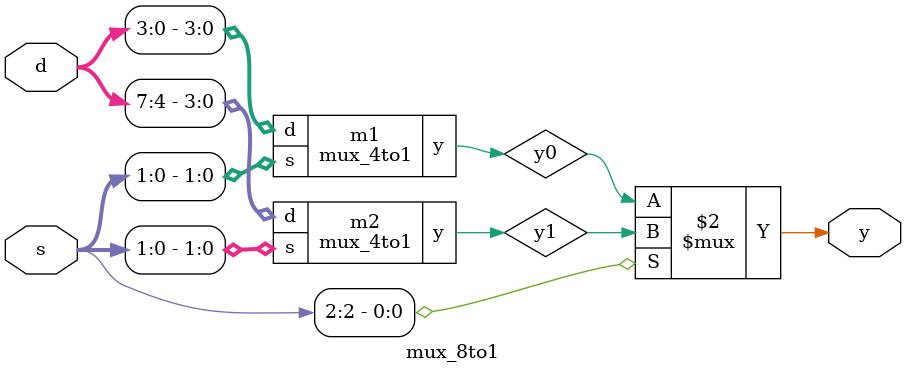
<source format=v>
module mux_4to1(input [3:0]d, input [1:0]s,output reg y);
always @(*) begin
    case(s)
        2'b00:y=d[0];
        2'b01:y=d[1];
        2'b10:y=d[2];
        2'b11:y=d[3];
        default:y=1'b0;
    endcase
end
endmodule
module mux_8to1(input [7:0]d, input [3:0]s,output y);
wire y0,y1;
mux_4to1 m1(.d(d[3:0]),.s(s[1:0]),.y(y0));
mux_4to1 m2(.d(d[7:4]),.s(s[1:0]),.y(y1));
assign y= (s[2]==1'b0)?y0:y1;
endmodule
    

</source>
